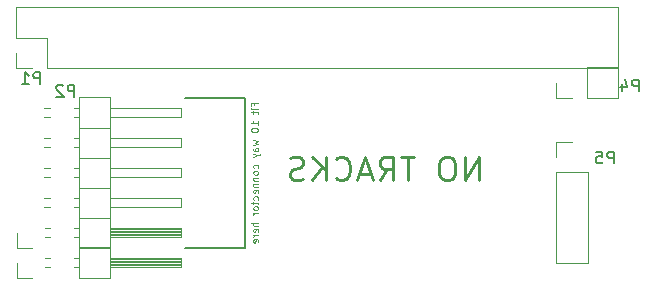
<source format=gbo>
G04 #@! TF.GenerationSoftware,KiCad,Pcbnew,(5.1.4)-1*
G04 #@! TF.CreationDate,2020-03-10T21:25:51+00:00*
G04 #@! TF.ProjectId,rgb-to-hdmi,7267622d-746f-42d6-9864-6d692e6b6963,rev?*
G04 #@! TF.SameCoordinates,Original*
G04 #@! TF.FileFunction,Legend,Bot*
G04 #@! TF.FilePolarity,Positive*
%FSLAX46Y46*%
G04 Gerber Fmt 4.6, Leading zero omitted, Abs format (unit mm)*
G04 Created by KiCad (PCBNEW (5.1.4)-1) date 2020-03-10 21:25:51*
%MOMM*%
%LPD*%
G04 APERTURE LIST*
%ADD10C,0.250000*%
%ADD11C,0.150000*%
%ADD12C,0.110000*%
%ADD13C,0.120000*%
G04 APERTURE END LIST*
D10*
X62174380Y-40085721D02*
X62174380Y-38085721D01*
X61031523Y-40085721D01*
X61031523Y-38085721D01*
X59698190Y-38085721D02*
X59317238Y-38085721D01*
X59126761Y-38180960D01*
X58936285Y-38371436D01*
X58841047Y-38752388D01*
X58841047Y-39419055D01*
X58936285Y-39800007D01*
X59126761Y-39990483D01*
X59317238Y-40085721D01*
X59698190Y-40085721D01*
X59888666Y-39990483D01*
X60079142Y-39800007D01*
X60174380Y-39419055D01*
X60174380Y-38752388D01*
X60079142Y-38371436D01*
X59888666Y-38180960D01*
X59698190Y-38085721D01*
X56745809Y-38085721D02*
X55602952Y-38085721D01*
X56174380Y-40085721D02*
X56174380Y-38085721D01*
X53793428Y-40085721D02*
X54460095Y-39133340D01*
X54936285Y-40085721D02*
X54936285Y-38085721D01*
X54174380Y-38085721D01*
X53983904Y-38180960D01*
X53888666Y-38276198D01*
X53793428Y-38466674D01*
X53793428Y-38752388D01*
X53888666Y-38942864D01*
X53983904Y-39038102D01*
X54174380Y-39133340D01*
X54936285Y-39133340D01*
X53031523Y-39514293D02*
X52079142Y-39514293D01*
X53222000Y-40085721D02*
X52555333Y-38085721D01*
X51888666Y-40085721D01*
X50079142Y-39895245D02*
X50174380Y-39990483D01*
X50460095Y-40085721D01*
X50650571Y-40085721D01*
X50936285Y-39990483D01*
X51126761Y-39800007D01*
X51222000Y-39609531D01*
X51317238Y-39228579D01*
X51317238Y-38942864D01*
X51222000Y-38561912D01*
X51126761Y-38371436D01*
X50936285Y-38180960D01*
X50650571Y-38085721D01*
X50460095Y-38085721D01*
X50174380Y-38180960D01*
X50079142Y-38276198D01*
X49222000Y-40085721D02*
X49222000Y-38085721D01*
X48079142Y-40085721D02*
X48936285Y-38942864D01*
X48079142Y-38085721D02*
X49222000Y-39228579D01*
X47317238Y-39990483D02*
X47031523Y-40085721D01*
X46555333Y-40085721D01*
X46364857Y-39990483D01*
X46269619Y-39895245D01*
X46174380Y-39704769D01*
X46174380Y-39514293D01*
X46269619Y-39323817D01*
X46364857Y-39228579D01*
X46555333Y-39133340D01*
X46936285Y-39038102D01*
X47126761Y-38942864D01*
X47222000Y-38847626D01*
X47317238Y-38657150D01*
X47317238Y-38466674D01*
X47222000Y-38276198D01*
X47126761Y-38180960D01*
X46936285Y-38085721D01*
X46460095Y-38085721D01*
X46174380Y-38180960D01*
D11*
X41390000Y-45780960D02*
X37326000Y-45780960D01*
X41390000Y-33080960D02*
X37326000Y-33080960D01*
D12*
X43196262Y-33698894D02*
X43196262Y-33498894D01*
X43510548Y-33498894D02*
X42910548Y-33498894D01*
X42910548Y-33784608D01*
X43510548Y-34013180D02*
X43110548Y-34013180D01*
X42910548Y-34013180D02*
X42939120Y-33984608D01*
X42967691Y-34013180D01*
X42939120Y-34041751D01*
X42910548Y-34013180D01*
X42967691Y-34013180D01*
X43110548Y-34213180D02*
X43110548Y-34441751D01*
X42910548Y-34298894D02*
X43424834Y-34298894D01*
X43481977Y-34327465D01*
X43510548Y-34384608D01*
X43510548Y-34441751D01*
X43510548Y-35413180D02*
X43510548Y-35070322D01*
X43510548Y-35241751D02*
X42910548Y-35241751D01*
X42996262Y-35184608D01*
X43053405Y-35127465D01*
X43081977Y-35070322D01*
X42910548Y-35784608D02*
X42910548Y-35841751D01*
X42939120Y-35898894D01*
X42967691Y-35927465D01*
X43024834Y-35956037D01*
X43139120Y-35984608D01*
X43281977Y-35984608D01*
X43396262Y-35956037D01*
X43453405Y-35927465D01*
X43481977Y-35898894D01*
X43510548Y-35841751D01*
X43510548Y-35784608D01*
X43481977Y-35727465D01*
X43453405Y-35698894D01*
X43396262Y-35670322D01*
X43281977Y-35641751D01*
X43139120Y-35641751D01*
X43024834Y-35670322D01*
X42967691Y-35698894D01*
X42939120Y-35727465D01*
X42910548Y-35784608D01*
X43110548Y-36641751D02*
X43510548Y-36756037D01*
X43224834Y-36870322D01*
X43510548Y-36984608D01*
X43110548Y-37098894D01*
X43510548Y-37584608D02*
X43196262Y-37584608D01*
X43139120Y-37556037D01*
X43110548Y-37498894D01*
X43110548Y-37384608D01*
X43139120Y-37327465D01*
X43481977Y-37584608D02*
X43510548Y-37527465D01*
X43510548Y-37384608D01*
X43481977Y-37327465D01*
X43424834Y-37298894D01*
X43367691Y-37298894D01*
X43310548Y-37327465D01*
X43281977Y-37384608D01*
X43281977Y-37527465D01*
X43253405Y-37584608D01*
X43110548Y-37813179D02*
X43510548Y-37956037D01*
X43110548Y-38098894D02*
X43510548Y-37956037D01*
X43653405Y-37898894D01*
X43681977Y-37870322D01*
X43710548Y-37813179D01*
X43481977Y-39041751D02*
X43510548Y-38984608D01*
X43510548Y-38870322D01*
X43481977Y-38813179D01*
X43453405Y-38784608D01*
X43396262Y-38756037D01*
X43224834Y-38756037D01*
X43167691Y-38784608D01*
X43139120Y-38813179D01*
X43110548Y-38870322D01*
X43110548Y-38984608D01*
X43139120Y-39041751D01*
X43510548Y-39384608D02*
X43481977Y-39327465D01*
X43453405Y-39298894D01*
X43396262Y-39270322D01*
X43224834Y-39270322D01*
X43167691Y-39298894D01*
X43139120Y-39327465D01*
X43110548Y-39384608D01*
X43110548Y-39470322D01*
X43139120Y-39527465D01*
X43167691Y-39556037D01*
X43224834Y-39584608D01*
X43396262Y-39584608D01*
X43453405Y-39556037D01*
X43481977Y-39527465D01*
X43510548Y-39470322D01*
X43510548Y-39384608D01*
X43110548Y-39841751D02*
X43510548Y-39841751D01*
X43167691Y-39841751D02*
X43139120Y-39870322D01*
X43110548Y-39927465D01*
X43110548Y-40013179D01*
X43139120Y-40070322D01*
X43196262Y-40098894D01*
X43510548Y-40098894D01*
X43110548Y-40384608D02*
X43510548Y-40384608D01*
X43167691Y-40384608D02*
X43139120Y-40413179D01*
X43110548Y-40470322D01*
X43110548Y-40556037D01*
X43139120Y-40613179D01*
X43196262Y-40641751D01*
X43510548Y-40641751D01*
X43481977Y-41156037D02*
X43510548Y-41098894D01*
X43510548Y-40984608D01*
X43481977Y-40927465D01*
X43424834Y-40898894D01*
X43196262Y-40898894D01*
X43139120Y-40927465D01*
X43110548Y-40984608D01*
X43110548Y-41098894D01*
X43139120Y-41156037D01*
X43196262Y-41184608D01*
X43253405Y-41184608D01*
X43310548Y-40898894D01*
X43481977Y-41698894D02*
X43510548Y-41641751D01*
X43510548Y-41527465D01*
X43481977Y-41470322D01*
X43453405Y-41441751D01*
X43396262Y-41413179D01*
X43224834Y-41413179D01*
X43167691Y-41441751D01*
X43139120Y-41470322D01*
X43110548Y-41527465D01*
X43110548Y-41641751D01*
X43139120Y-41698894D01*
X43110548Y-41870322D02*
X43110548Y-42098894D01*
X42910548Y-41956037D02*
X43424834Y-41956037D01*
X43481977Y-41984608D01*
X43510548Y-42041751D01*
X43510548Y-42098894D01*
X43510548Y-42384608D02*
X43481977Y-42327465D01*
X43453405Y-42298894D01*
X43396262Y-42270322D01*
X43224834Y-42270322D01*
X43167691Y-42298894D01*
X43139120Y-42327465D01*
X43110548Y-42384608D01*
X43110548Y-42470322D01*
X43139120Y-42527465D01*
X43167691Y-42556037D01*
X43224834Y-42584608D01*
X43396262Y-42584608D01*
X43453405Y-42556037D01*
X43481977Y-42527465D01*
X43510548Y-42470322D01*
X43510548Y-42384608D01*
X43510548Y-42841751D02*
X43110548Y-42841751D01*
X43224834Y-42841751D02*
X43167691Y-42870322D01*
X43139120Y-42898894D01*
X43110548Y-42956037D01*
X43110548Y-43013179D01*
X43510548Y-43670322D02*
X42910548Y-43670322D01*
X43510548Y-43927465D02*
X43196262Y-43927465D01*
X43139120Y-43898894D01*
X43110548Y-43841751D01*
X43110548Y-43756037D01*
X43139120Y-43698894D01*
X43167691Y-43670322D01*
X43481977Y-44441751D02*
X43510548Y-44384608D01*
X43510548Y-44270322D01*
X43481977Y-44213179D01*
X43424834Y-44184608D01*
X43196262Y-44184608D01*
X43139120Y-44213179D01*
X43110548Y-44270322D01*
X43110548Y-44384608D01*
X43139120Y-44441751D01*
X43196262Y-44470322D01*
X43253405Y-44470322D01*
X43310548Y-44184608D01*
X43510548Y-44727465D02*
X43110548Y-44727465D01*
X43224834Y-44727465D02*
X43167691Y-44756037D01*
X43139120Y-44784608D01*
X43110548Y-44841751D01*
X43110548Y-44898894D01*
X43481977Y-45327465D02*
X43510548Y-45270322D01*
X43510548Y-45156037D01*
X43481977Y-45098894D01*
X43424834Y-45070322D01*
X43196262Y-45070322D01*
X43139120Y-45098894D01*
X43110548Y-45156037D01*
X43110548Y-45270322D01*
X43139120Y-45327465D01*
X43196262Y-45356037D01*
X43253405Y-45356037D01*
X43310548Y-45070322D01*
D11*
X42406000Y-45780960D02*
X41390000Y-45780960D01*
X42406000Y-45780960D02*
X42406000Y-33080960D01*
X41390000Y-33080960D02*
X42406000Y-33080960D01*
D13*
X28352000Y-45840960D02*
X28352000Y-33020960D01*
X28352000Y-33020960D02*
X31012000Y-33020960D01*
X31012000Y-33020960D02*
X31012000Y-45840960D01*
X31012000Y-45840960D02*
X28352000Y-45840960D01*
X31012000Y-44890960D02*
X37012000Y-44890960D01*
X37012000Y-44890960D02*
X37012000Y-44130960D01*
X37012000Y-44130960D02*
X31012000Y-44130960D01*
X31012000Y-44830960D02*
X37012000Y-44830960D01*
X31012000Y-44710960D02*
X37012000Y-44710960D01*
X31012000Y-44590960D02*
X37012000Y-44590960D01*
X31012000Y-44470960D02*
X37012000Y-44470960D01*
X31012000Y-44350960D02*
X37012000Y-44350960D01*
X31012000Y-44230960D02*
X37012000Y-44230960D01*
X27954929Y-44890960D02*
X28352000Y-44890960D01*
X27954929Y-44130960D02*
X28352000Y-44130960D01*
X25482000Y-44890960D02*
X25869071Y-44890960D01*
X25482000Y-44130960D02*
X25869071Y-44130960D01*
X28352000Y-43240960D02*
X31012000Y-43240960D01*
X31012000Y-42350960D02*
X37012000Y-42350960D01*
X37012000Y-42350960D02*
X37012000Y-41590960D01*
X37012000Y-41590960D02*
X31012000Y-41590960D01*
X27954929Y-42350960D02*
X28352000Y-42350960D01*
X27954929Y-41590960D02*
X28352000Y-41590960D01*
X25414929Y-42350960D02*
X25869071Y-42350960D01*
X25414929Y-41590960D02*
X25869071Y-41590960D01*
X28352000Y-40700960D02*
X31012000Y-40700960D01*
X31012000Y-39810960D02*
X37012000Y-39810960D01*
X37012000Y-39810960D02*
X37012000Y-39050960D01*
X37012000Y-39050960D02*
X31012000Y-39050960D01*
X27954929Y-39810960D02*
X28352000Y-39810960D01*
X27954929Y-39050960D02*
X28352000Y-39050960D01*
X25414929Y-39810960D02*
X25869071Y-39810960D01*
X25414929Y-39050960D02*
X25869071Y-39050960D01*
X28352000Y-38160960D02*
X31012000Y-38160960D01*
X31012000Y-37270960D02*
X37012000Y-37270960D01*
X37012000Y-37270960D02*
X37012000Y-36510960D01*
X37012000Y-36510960D02*
X31012000Y-36510960D01*
X27954929Y-37270960D02*
X28352000Y-37270960D01*
X27954929Y-36510960D02*
X28352000Y-36510960D01*
X25414929Y-37270960D02*
X25869071Y-37270960D01*
X25414929Y-36510960D02*
X25869071Y-36510960D01*
X28352000Y-35620960D02*
X31012000Y-35620960D01*
X31012000Y-34730960D02*
X37012000Y-34730960D01*
X37012000Y-34730960D02*
X37012000Y-33970960D01*
X37012000Y-33970960D02*
X31012000Y-33970960D01*
X27954929Y-34730960D02*
X28352000Y-34730960D01*
X27954929Y-33970960D02*
X28352000Y-33970960D01*
X25414929Y-34730960D02*
X25869071Y-34730960D01*
X25414929Y-33970960D02*
X25869071Y-33970960D01*
X23102000Y-44510960D02*
X23102000Y-45780960D01*
X23102000Y-45780960D02*
X24372000Y-45780960D01*
X71422000Y-39405560D02*
X68762000Y-39405560D01*
X71422000Y-39405560D02*
X71422000Y-47085560D01*
X71422000Y-47085560D02*
X68762000Y-47085560D01*
X68762000Y-39405560D02*
X68762000Y-47085560D01*
X68762000Y-36805560D02*
X68762000Y-38135560D01*
X70092000Y-36805560D02*
X68762000Y-36805560D01*
X28352000Y-48380960D02*
X28352000Y-45720960D01*
X28352000Y-45720960D02*
X31012000Y-45720960D01*
X31012000Y-45720960D02*
X31012000Y-48380960D01*
X31012000Y-48380960D02*
X28352000Y-48380960D01*
X31012000Y-47430960D02*
X37012000Y-47430960D01*
X37012000Y-47430960D02*
X37012000Y-46670960D01*
X37012000Y-46670960D02*
X31012000Y-46670960D01*
X31012000Y-47370960D02*
X37012000Y-47370960D01*
X31012000Y-47250960D02*
X37012000Y-47250960D01*
X31012000Y-47130960D02*
X37012000Y-47130960D01*
X31012000Y-47010960D02*
X37012000Y-47010960D01*
X31012000Y-46890960D02*
X37012000Y-46890960D01*
X31012000Y-46770960D02*
X37012000Y-46770960D01*
X27954929Y-47430960D02*
X28352000Y-47430960D01*
X27954929Y-46670960D02*
X28352000Y-46670960D01*
X25482000Y-47430960D02*
X25869071Y-47430960D01*
X25482000Y-46670960D02*
X25869071Y-46670960D01*
X23102000Y-47050960D02*
X23102000Y-48320960D01*
X23102000Y-48320960D02*
X24372000Y-48320960D01*
X23042000Y-25400960D02*
X23042000Y-28000960D01*
X23042000Y-25400960D02*
X73962000Y-25400960D01*
X73962000Y-25400960D02*
X73962000Y-30600960D01*
X25642000Y-30600960D02*
X73962000Y-30600960D01*
X25642000Y-28000960D02*
X25642000Y-30600960D01*
X23042000Y-28000960D02*
X25642000Y-28000960D01*
X23042000Y-30600960D02*
X24372000Y-30600960D01*
X23042000Y-29270960D02*
X23042000Y-30600960D01*
X71362000Y-30480960D02*
X71362000Y-33140960D01*
X71362000Y-30480960D02*
X73962000Y-30480960D01*
X73962000Y-30480960D02*
X73962000Y-33140960D01*
X71362000Y-33140960D02*
X73962000Y-33140960D01*
X68762000Y-33140960D02*
X70092000Y-33140960D01*
X68762000Y-31810960D02*
X68762000Y-33140960D01*
D11*
X27950095Y-32993340D02*
X27950095Y-31993340D01*
X27569142Y-31993340D01*
X27473904Y-32040960D01*
X27426285Y-32088579D01*
X27378666Y-32183817D01*
X27378666Y-32326674D01*
X27426285Y-32421912D01*
X27473904Y-32469531D01*
X27569142Y-32517150D01*
X27950095Y-32517150D01*
X26997714Y-32088579D02*
X26950095Y-32040960D01*
X26854857Y-31993340D01*
X26616761Y-31993340D01*
X26521523Y-32040960D01*
X26473904Y-32088579D01*
X26426285Y-32183817D01*
X26426285Y-32279055D01*
X26473904Y-32421912D01*
X27045333Y-32993340D01*
X26426285Y-32993340D01*
X73624095Y-38638740D02*
X73624095Y-37638740D01*
X73243142Y-37638740D01*
X73147904Y-37686360D01*
X73100285Y-37733979D01*
X73052666Y-37829217D01*
X73052666Y-37972074D01*
X73100285Y-38067312D01*
X73147904Y-38114931D01*
X73243142Y-38162550D01*
X73624095Y-38162550D01*
X72147904Y-37638740D02*
X72624095Y-37638740D01*
X72671714Y-38114931D01*
X72624095Y-38067312D01*
X72528857Y-38019693D01*
X72290761Y-38019693D01*
X72195523Y-38067312D01*
X72147904Y-38114931D01*
X72100285Y-38210169D01*
X72100285Y-38448264D01*
X72147904Y-38543502D01*
X72195523Y-38591121D01*
X72290761Y-38638740D01*
X72528857Y-38638740D01*
X72624095Y-38591121D01*
X72671714Y-38543502D01*
X25050095Y-31923340D02*
X25050095Y-30923340D01*
X24669142Y-30923340D01*
X24573904Y-30970960D01*
X24526285Y-31018579D01*
X24478666Y-31113817D01*
X24478666Y-31256674D01*
X24526285Y-31351912D01*
X24573904Y-31399531D01*
X24669142Y-31447150D01*
X25050095Y-31447150D01*
X23526285Y-31923340D02*
X24097714Y-31923340D01*
X23812000Y-31923340D02*
X23812000Y-30923340D01*
X23907238Y-31066198D01*
X24002476Y-31161436D01*
X24097714Y-31209055D01*
X75730095Y-32543340D02*
X75730095Y-31543340D01*
X75349142Y-31543340D01*
X75253904Y-31590960D01*
X75206285Y-31638579D01*
X75158666Y-31733817D01*
X75158666Y-31876674D01*
X75206285Y-31971912D01*
X75253904Y-32019531D01*
X75349142Y-32067150D01*
X75730095Y-32067150D01*
X74301523Y-31876674D02*
X74301523Y-32543340D01*
X74539619Y-31495721D02*
X74777714Y-32210007D01*
X74158666Y-32210007D01*
M02*

</source>
